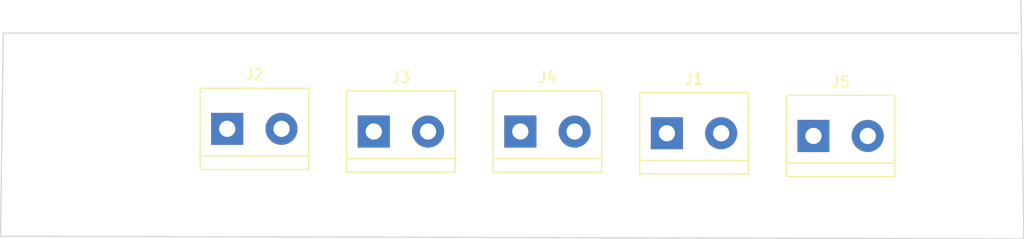
<source format=kicad_pcb>
(kicad_pcb (version 20211014) (generator pcbnew)
  (layers (0 "F.Cu" signal) (31 "B.Cu" signal) (34 "B.Paste" user) (35 "F.Paste" user) (36 "B.SilkS" user "B.Silkscreen") (37 "F.SilkS" user "F.Silkscreen") (38 "B.Mask" user) (39 "F.Mask" user) (44 "Edge.Cuts" user))
  (net 0 "")
  (net 1 "Net-(J1-Pad1)")
  (net 2 "Net-(J1-Pad2)")
  (footprint "TerminalBlock:TerminalBlock_bornier-2_P5.08mm" (layer "F.Cu") (at 155.582 91.186)
    (fp_text reference "J1" (at 2.54 -5.08) (layer "F.SilkS"))
    (fp_text value "Screw_Terminal_01x02")
    (fp_line (start 7.62 2.54) (end -2.54 2.54) (layer "F.SilkS") (width 0.12))
    (fp_line (start -2.54 -3.81) (end -2.54 3.81) (layer "F.SilkS") (width 0.12))
    (fp_line (start 7.62 -3.81) (end -2.54 -3.81) (layer "F.SilkS") (width 0.12))
    (fp_line (start -2.54 3.81) (end 7.62 3.81) (layer "F.SilkS") (width 0.12))
    (fp_line (start 7.62 3.81) (end 7.62 -3.81) (layer "F.SilkS") (width 0.12))
    (pad "1" thru_hole rect locked (at 0 0) (size 3 3) (drill 1.52) (layers *.Cu *.Mask) (net 1 "Net-(J1-Pad1)"))
    (pad "2" thru_hole circle locked (at 5.08 0) (size 3 3) (drill 1.52) (layers *.Cu *.Mask) (net 2 "Net-(J1-Pad2)"))
  )
  (footprint "TerminalBlock:TerminalBlock_bornier-2_P5.08mm" (layer "F.Cu") (at 141.866 91.026)
    (fp_text reference "J4" (at 2.54 -5.08) (layer "F.SilkS"))
    (fp_text value "Screw_Terminal_01x02")
    (fp_line (start 7.62 3.81) (end 7.62 -3.81) (layer "F.SilkS") (width 0.12))
    (fp_line (start -2.54 -3.81) (end -2.54 3.81) (layer "F.SilkS") (width 0.12))
    (fp_line (start 7.62 -3.81) (end -2.54 -3.81) (layer "F.SilkS") (width 0.12))
    (fp_line (start 7.62 2.54) (end -2.54 2.54) (layer "F.SilkS") (width 0.12))
    (fp_line (start -2.54 3.81) (end 7.62 3.81) (layer "F.SilkS") (width 0.12))
    (pad "1" thru_hole rect locked (at 0 0) (size 3 3) (drill 1.52) (layers *.Cu *.Mask) (net 1 "Net-(J1-Pad1)"))
    (pad "2" thru_hole circle locked (at 5.08 0) (size 3 3) (drill 1.52) (layers *.Cu *.Mask) (net 2 "Net-(J1-Pad2)"))
  )
  (footprint "TerminalBlock:TerminalBlock_bornier-2_P5.08mm" (layer "F.Cu") (at 128.15 91.026)
    (fp_text reference "J3" (at 2.54 -5.08) (layer "F.SilkS"))
    (fp_text value "Screw_Terminal_01x02")
    (fp_line (start 7.62 3.81) (end 7.62 -3.81) (layer "F.SilkS") (width 0.12))
    (fp_line (start -2.54 3.81) (end 7.62 3.81) (layer "F.SilkS") (width 0.12))
    (fp_line (start 7.62 2.54) (end -2.54 2.54) (layer "F.SilkS") (width 0.12))
    (fp_line (start 7.62 -3.81) (end -2.54 -3.81) (layer "F.SilkS") (width 0.12))
    (fp_line (start -2.54 -3.81) (end -2.54 3.81) (layer "F.SilkS") (width 0.12))
    (pad "1" thru_hole rect locked (at 0 0) (size 3 3) (drill 1.52) (layers *.Cu *.Mask) (net 1 "Net-(J1-Pad1)"))
    (pad "2" thru_hole circle locked (at 5.08 0) (size 3 3) (drill 1.52) (layers *.Cu *.Mask) (net 2 "Net-(J1-Pad2)"))
  )
  (footprint "TerminalBlock:TerminalBlock_bornier-2_P5.08mm" (layer "F.Cu") (at 114.434 90.772)
    (fp_text reference "J2" (at 2.54 -5.08) (layer "F.SilkS"))
    (fp_text value "Screw_Terminal_01x02")
    (fp_line (start 7.62 -3.81) (end -2.54 -3.81) (layer "F.SilkS") (width 0.12))
    (fp_line (start -2.54 3.81) (end 7.62 3.81) (layer "F.SilkS") (width 0.12))
    (fp_line (start -2.54 -3.81) (end -2.54 3.81) (layer "F.SilkS") (width 0.12))
    (fp_line (start 7.62 3.81) (end 7.62 -3.81) (layer "F.SilkS") (width 0.12))
    (fp_line (start 7.62 2.54) (end -2.54 2.54) (layer "F.SilkS") (width 0.12))
    (pad "1" thru_hole rect locked (at 0 0) (size 3 3) (drill 1.52) (layers *.Cu *.Mask) (net 1 "Net-(J1-Pad1)"))
    (pad "2" thru_hole circle locked (at 5.08 0) (size 3 3) (drill 1.52) (layers *.Cu *.Mask) (net 2 "Net-(J1-Pad2)"))
  )
  (footprint "TerminalBlock:TerminalBlock_bornier-2_P5.08mm" (layer "F.Cu") (at 169.298 91.44)
    (fp_text reference "J5" (at 2.54 -5.08) (layer "F.SilkS"))
    (fp_text value "Screw_Terminal_01x02")
    (fp_line (start 7.62 2.54) (end -2.54 2.54) (layer "F.SilkS") (width 0.12))
    (fp_line (start -2.54 -3.81) (end -2.54 3.81) (layer "F.SilkS") (width 0.12))
    (fp_line (start 7.62 3.81) (end 7.62 -3.81) (layer "F.SilkS") (width 0.12))
    (fp_line (start 7.62 -3.81) (end -2.54 -3.81) (layer "F.SilkS") (width 0.12))
    (fp_line (start -2.54 3.81) (end 7.62 3.81) (layer "F.SilkS") (width 0.12))
    (pad "1" thru_hole rect locked (at 0 0) (size 3 3) (drill 1.52) (layers *.Cu *.Mask) (net 1 "Net-(J1-Pad1)"))
    (pad "2" thru_hole circle locked (at 5.08 0) (size 3 3) (drill 1.52) (layers *.Cu *.Mask) (net 2 "Net-(J1-Pad2)"))
  )
  (gr_line (start 188.722 78.74) (end 188.976 101.092) (layer "Edge.Cuts") (width 0.1))
  (gr_line (start 188.976 101.092) (end 93.218 100.838) (layer "Edge.Cuts") (width 0.1))
  (gr_line (start 93.218 100.838) (end 93.472 81.788) (layer "Edge.Cuts") (width 0.1))
  (gr_line (start 93.472 81.788) (end 188.468 81.788) (layer "Edge.Cuts") (width 0.1))
)
</source>
